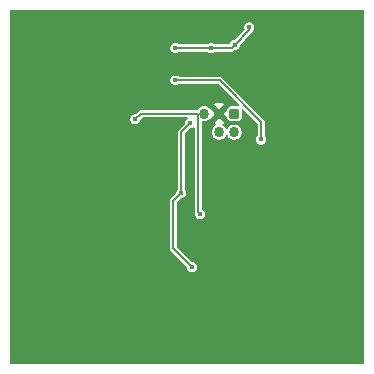
<source format=gbl>
%TF.GenerationSoftware,KiCad,Pcbnew,9.0.0*%
%TF.CreationDate,2025-03-28T13:43:48+00:00*%
%TF.ProjectId,vm_rgb_ring_0.2,766d5f72-6762-45f7-9269-6e675f302e32,v0.2*%
%TF.SameCoordinates,PX4f64b50PY4749830*%
%TF.FileFunction,Copper,L2,Bot*%
%TF.FilePolarity,Positive*%
%FSLAX45Y45*%
G04 Gerber Fmt 4.5, Leading zero omitted, Abs format (unit mm)*
G04 Created by KiCad (PCBNEW 9.0.0) date 2025-03-28 13:43:48*
%MOMM*%
%LPD*%
G01*
G04 APERTURE LIST*
G04 Aperture macros list*
%AMRoundRect*
0 Rectangle with rounded corners*
0 $1 Rounding radius*
0 $2 $3 $4 $5 $6 $7 $8 $9 X,Y pos of 4 corners*
0 Add a 4 corners polygon primitive as box body*
4,1,4,$2,$3,$4,$5,$6,$7,$8,$9,$2,$3,0*
0 Add four circle primitives for the rounded corners*
1,1,$1+$1,$2,$3*
1,1,$1+$1,$4,$5*
1,1,$1+$1,$6,$7*
1,1,$1+$1,$8,$9*
0 Add four rect primitives between the rounded corners*
20,1,$1+$1,$2,$3,$4,$5,0*
20,1,$1+$1,$4,$5,$6,$7,0*
20,1,$1+$1,$6,$7,$8,$9,0*
20,1,$1+$1,$8,$9,$2,$3,0*%
G04 Aperture macros list end*
%TA.AperFunction,ComponentPad*%
%ADD10RoundRect,0.172720X-0.259080X-0.259080X0.259080X-0.259080X0.259080X0.259080X-0.259080X0.259080X0*%
%TD*%
%TA.AperFunction,ComponentPad*%
%ADD11C,0.863600*%
%TD*%
%TA.AperFunction,ViaPad*%
%ADD12C,0.450000*%
%TD*%
%TA.AperFunction,Conductor*%
%ADD13C,0.200000*%
%TD*%
G04 APERTURE END LIST*
D10*
%TO.P,J1,1,Vcc*%
%TO.N,+3V3*%
X397500Y620000D03*
D11*
%TO.P,J1,2,SWDIO*%
%TO.N,/SWDIO*%
X397500Y462520D03*
%TO.P,J1,3,GND*%
%TO.N,GND*%
X270500Y620000D03*
%TO.P,J1,4,SWDCLK*%
%TO.N,/SWCLK*%
X270500Y462520D03*
%TO.P,J1,5,~{RESET}*%
%TO.N,/nRESET*%
X143500Y620000D03*
%TD*%
D12*
%TO.N,GND*%
X-390000Y120000D03*
X725000Y1250000D03*
X-1250000Y725000D03*
X-725000Y-1250000D03*
X1400000Y375000D03*
X260000Y-530000D03*
X-390000Y-655000D03*
X-1400000Y-375000D03*
X-375000Y1400000D03*
X235000Y-755000D03*
X-390000Y-280000D03*
X1250000Y-725000D03*
X375000Y-1400000D03*
%TO.N,+3V3*%
X-50000Y-50000D03*
X22500Y535800D03*
X40000Y-680000D03*
%TO.N,/nRESET*%
X110000Y-230000D03*
X-440000Y570000D03*
%TO.N,Net-(LED1-DIN)*%
X625000Y400000D03*
X-100000Y900000D03*
%TO.N,JD_PWR*%
X400000Y1200000D03*
X525000Y1350000D03*
X200000Y1175000D03*
X-100000Y1175000D03*
%TD*%
D13*
%TO.N,+3V3*%
X-120000Y-520000D02*
X-120000Y-120000D01*
X-50000Y463300D02*
X22500Y535800D01*
X-120000Y-120000D02*
X-50000Y-50000D01*
X40000Y-680000D02*
X-120000Y-520000D01*
X-50000Y-50000D02*
X-50000Y463300D01*
%TO.N,/nRESET*%
X93000Y-213000D02*
X110000Y-230000D01*
X-392610Y617390D02*
X93000Y617390D01*
X-440000Y570000D02*
X-392610Y617390D01*
X93000Y617390D02*
X93000Y-213000D01*
%TO.N,Net-(LED1-DIN)*%
X625000Y550000D02*
X275000Y900000D01*
X625000Y400000D02*
X625000Y550000D01*
X275000Y900000D02*
X-100000Y900000D01*
%TO.N,JD_PWR*%
X400000Y1200000D02*
X525000Y1325000D01*
X525000Y1325000D02*
X525000Y1350000D01*
X375000Y1175000D02*
X400000Y1200000D01*
X200000Y1175000D02*
X375000Y1175000D01*
X200000Y1175000D02*
X-100000Y1175000D01*
%TD*%
%TA.AperFunction,Conductor*%
%TO.N,GND*%
G36*
X1497783Y1497783D02*
G01*
X1499950Y1492550D01*
X1499950Y-1492550D01*
X1497783Y-1497783D01*
X1492550Y-1499950D01*
X-1492600Y-1499950D01*
X-1497833Y-1497783D01*
X-1500000Y-1492550D01*
X-1500000Y575602D01*
X-482550Y575602D01*
X-482550Y564398D01*
X-479650Y553577D01*
X-479650Y553576D01*
X-477922Y550582D01*
X-474048Y543874D01*
X-466126Y535952D01*
X-456424Y530350D01*
X-445602Y527450D01*
X-445602Y527450D01*
X-445602Y527450D01*
X-434398Y527450D01*
X-434398Y527450D01*
X-423576Y530350D01*
X-413874Y535952D01*
X-405951Y543874D01*
X-400350Y553576D01*
X-397450Y564398D01*
X-397450Y564398D01*
X-397450Y566988D01*
X-395283Y572220D01*
X-382330Y585173D01*
X-377098Y587340D01*
X-947Y587340D01*
X4285Y585173D01*
X6453Y579940D01*
X4285Y574707D01*
X2753Y573531D01*
X-3626Y569849D01*
X-11548Y561926D01*
X-17150Y552224D01*
X-17151Y552223D01*
X-20050Y541402D01*
X-20050Y538812D01*
X-22217Y533580D01*
X-74046Y481751D01*
X-78002Y474899D01*
X-78002Y474899D01*
X-80050Y467256D01*
X-80050Y-16810D01*
X-82217Y-22043D01*
X-84049Y-23874D01*
X-89650Y-33576D01*
X-89650Y-33577D01*
X-92550Y-44398D01*
X-92550Y-46988D01*
X-94717Y-52220D01*
X-144046Y-101549D01*
X-148002Y-108401D01*
X-148002Y-108401D01*
X-150050Y-116043D01*
X-150050Y-523956D01*
X-148002Y-531599D01*
X-148002Y-531599D01*
X-144046Y-538451D01*
X-4717Y-677780D01*
X-2550Y-683012D01*
X-2550Y-685602D01*
X349Y-696423D01*
X350Y-696424D01*
X350Y-696424D01*
X5951Y-706126D01*
X13874Y-714048D01*
X23576Y-719650D01*
X34398Y-722550D01*
X34398Y-722550D01*
X34398Y-722550D01*
X45602Y-722550D01*
X45602Y-722550D01*
X56424Y-719650D01*
X66126Y-714048D01*
X74049Y-706126D01*
X79650Y-696424D01*
X82550Y-685602D01*
X82550Y-685602D01*
X82550Y-674398D01*
X82550Y-674398D01*
X79650Y-663577D01*
X79650Y-663576D01*
X74049Y-653874D01*
X66126Y-645952D01*
X56424Y-640350D01*
X56423Y-640350D01*
X45602Y-637450D01*
X45602Y-637450D01*
X43012Y-637450D01*
X37780Y-635283D01*
X-87783Y-509720D01*
X-89950Y-504488D01*
X-89950Y-135512D01*
X-87783Y-130280D01*
X-52220Y-94717D01*
X-46988Y-92550D01*
X-44398Y-92550D01*
X-44398Y-92550D01*
X-33576Y-89650D01*
X-23874Y-84049D01*
X-15951Y-76126D01*
X-10350Y-66424D01*
X-7450Y-55602D01*
X-7450Y-55602D01*
X-7450Y-44398D01*
X-7450Y-44398D01*
X-10350Y-33577D01*
X-10350Y-33576D01*
X-15951Y-23874D01*
X-17783Y-22043D01*
X-19950Y-16810D01*
X-19950Y447788D01*
X-17783Y453020D01*
X20280Y491083D01*
X25512Y493250D01*
X28102Y493250D01*
X28102Y493250D01*
X38924Y496150D01*
X48626Y501751D01*
X50317Y503443D01*
X55550Y505610D01*
X60783Y503443D01*
X62950Y498210D01*
X62950Y-216956D01*
X64998Y-224598D01*
X64998Y-224599D01*
X66459Y-227129D01*
X67450Y-230829D01*
X67450Y-235602D01*
X70350Y-246423D01*
X70350Y-246423D01*
X70350Y-246424D01*
X75952Y-256126D01*
X83874Y-264049D01*
X93576Y-269650D01*
X104398Y-272550D01*
X104398Y-272550D01*
X104398Y-272550D01*
X115602Y-272550D01*
X115602Y-272550D01*
X126424Y-269650D01*
X136126Y-264049D01*
X144049Y-256126D01*
X149650Y-246424D01*
X152550Y-235602D01*
X152550Y-235602D01*
X152550Y-224398D01*
X152550Y-224398D01*
X149650Y-213577D01*
X149650Y-213576D01*
X144049Y-203874D01*
X136126Y-195951D01*
X130768Y-192858D01*
X126750Y-190538D01*
X123302Y-186045D01*
X123050Y-184129D01*
X123050Y468748D01*
X207270Y468748D01*
X207270Y456292D01*
X209700Y444077D01*
X209700Y444076D01*
X214466Y432570D01*
X214466Y432569D01*
X214466Y432569D01*
X221386Y422213D01*
X230193Y413406D01*
X240549Y406486D01*
X240549Y406486D01*
X240550Y406486D01*
X252056Y401720D01*
X252056Y401720D01*
X264272Y399290D01*
X264273Y399290D01*
X276728Y399290D01*
X276728Y399290D01*
X288944Y401720D01*
X300451Y406486D01*
X310807Y413406D01*
X319614Y422213D01*
X326534Y432569D01*
X327163Y434089D01*
X331168Y438094D01*
X336832Y438094D01*
X340837Y434090D01*
X341466Y432569D01*
X348386Y422213D01*
X357193Y413406D01*
X367549Y406486D01*
X367549Y406486D01*
X367550Y406486D01*
X379056Y401720D01*
X379056Y401720D01*
X391272Y399290D01*
X391272Y399290D01*
X403727Y399290D01*
X403728Y399290D01*
X415943Y401720D01*
X427451Y406486D01*
X437807Y413406D01*
X446614Y422213D01*
X453534Y432569D01*
X458300Y444076D01*
X460730Y456292D01*
X460730Y468748D01*
X458300Y480963D01*
X457974Y481751D01*
X453534Y492470D01*
X446614Y502826D01*
X446614Y502827D01*
X437807Y511634D01*
X427451Y518554D01*
X427450Y518554D01*
X427450Y518554D01*
X415944Y523320D01*
X415943Y523320D01*
X406740Y525151D01*
X403728Y525750D01*
X391272Y525750D01*
X388856Y525269D01*
X379057Y523320D01*
X379056Y523320D01*
X367550Y518554D01*
X357194Y511634D01*
X348386Y502826D01*
X341466Y492471D01*
X340837Y490951D01*
X336832Y486946D01*
X331168Y486946D01*
X327163Y490951D01*
X326534Y492471D01*
X319614Y502826D01*
X319614Y502827D01*
X310807Y511634D01*
X300451Y518554D01*
X300451Y518554D01*
X300148Y518756D01*
X300235Y518885D01*
X296959Y522878D01*
X297514Y528515D01*
X301208Y531863D01*
X314637Y537425D01*
X316485Y538660D01*
X316485Y538660D01*
X270500Y584645D01*
X224515Y538660D01*
X224515Y538660D01*
X226362Y537425D01*
X239791Y531863D01*
X243796Y527858D01*
X243796Y522194D01*
X240779Y518864D01*
X240852Y518756D01*
X230194Y511634D01*
X221386Y502826D01*
X214466Y492470D01*
X209700Y480964D01*
X209700Y480963D01*
X207270Y468748D01*
X123050Y468748D01*
X123050Y550582D01*
X125217Y555815D01*
X130450Y557982D01*
X131894Y557840D01*
X131959Y557827D01*
X137272Y556770D01*
X137273Y556770D01*
X149728Y556770D01*
X149728Y556770D01*
X161944Y559200D01*
X173451Y563966D01*
X183807Y570886D01*
X184660Y571739D01*
X188457Y573312D01*
X235145Y620000D01*
X235145Y620000D01*
X231466Y623678D01*
X242560Y623678D01*
X242560Y616322D01*
X244464Y609216D01*
X248142Y602844D01*
X253344Y597642D01*
X259716Y593964D01*
X266822Y592060D01*
X274178Y592060D01*
X281284Y593964D01*
X287656Y597642D01*
X292858Y602844D01*
X296536Y609216D01*
X298440Y616322D01*
X298440Y623678D01*
X296536Y630784D01*
X292858Y637156D01*
X287656Y642358D01*
X281284Y646036D01*
X274178Y647940D01*
X266822Y647940D01*
X259716Y646036D01*
X253344Y642358D01*
X248142Y637156D01*
X244464Y630784D01*
X242560Y623678D01*
X231466Y623678D01*
X188318Y666827D01*
X185198Y667773D01*
X184661Y668260D01*
X183807Y669114D01*
X173451Y676034D01*
X173451Y676034D01*
X173450Y676034D01*
X161944Y680800D01*
X161943Y680800D01*
X152701Y682639D01*
X149728Y683230D01*
X137272Y683230D01*
X134856Y682749D01*
X125057Y680800D01*
X125056Y680800D01*
X113550Y676034D01*
X103194Y669114D01*
X94386Y660306D01*
X87986Y650729D01*
X83277Y647582D01*
X81833Y647440D01*
X-396566Y647440D01*
X-404209Y645392D01*
X-404209Y645392D01*
X-411061Y641436D01*
X-437780Y614717D01*
X-443012Y612550D01*
X-445602Y612550D01*
X-456423Y609651D01*
X-456424Y609650D01*
X-466126Y604049D01*
X-474048Y596126D01*
X-479650Y586424D01*
X-479650Y586423D01*
X-482550Y575602D01*
X-1500000Y575602D01*
X-1500000Y701341D01*
X224515Y701341D01*
X270500Y655355D01*
X316485Y701340D01*
X314637Y702575D01*
X297680Y709599D01*
X297679Y709599D01*
X279677Y713180D01*
X261323Y713180D01*
X243321Y709599D01*
X243320Y709599D01*
X226362Y702575D01*
X224515Y701341D01*
X-1500000Y701341D01*
X-1500000Y905602D01*
X-142550Y905602D01*
X-142550Y894398D01*
X-139651Y883577D01*
X-139650Y883576D01*
X-139650Y883576D01*
X-134049Y873874D01*
X-126126Y865951D01*
X-116424Y860350D01*
X-105602Y857450D01*
X-105602Y857450D01*
X-105602Y857450D01*
X-94398Y857450D01*
X-94398Y857450D01*
X-83576Y860350D01*
X-73874Y865951D01*
X-72043Y867783D01*
X-66810Y869950D01*
X259488Y869950D01*
X264720Y867783D01*
X437309Y695194D01*
X439476Y689961D01*
X437309Y684729D01*
X432076Y682561D01*
X431010Y682639D01*
X430528Y682709D01*
X426951Y683230D01*
X426950Y683230D01*
X368050Y683230D01*
X368049Y683230D01*
X360795Y682173D01*
X349605Y676703D01*
X340798Y667895D01*
X335327Y656705D01*
X334447Y650668D01*
X332357Y646502D01*
X305855Y620000D01*
X332357Y593498D01*
X334447Y589333D01*
X335327Y583295D01*
X339849Y574046D01*
X340798Y572105D01*
X349605Y563298D01*
X360795Y557827D01*
X368050Y556770D01*
X368050Y556770D01*
X426950Y556770D01*
X426950Y556770D01*
X434205Y557827D01*
X445395Y563298D01*
X454202Y572105D01*
X459673Y583295D01*
X460730Y590550D01*
X460730Y649450D01*
X460138Y653510D01*
X461529Y659000D01*
X466394Y661899D01*
X471885Y660509D01*
X472694Y659809D01*
X592783Y539720D01*
X594950Y534488D01*
X594950Y433190D01*
X592783Y427957D01*
X590952Y426126D01*
X585350Y416424D01*
X585350Y416423D01*
X582450Y405602D01*
X582450Y394398D01*
X585350Y383577D01*
X585350Y383576D01*
X585350Y383576D01*
X590952Y373874D01*
X598874Y365951D01*
X608576Y360350D01*
X619398Y357450D01*
X619398Y357450D01*
X619398Y357450D01*
X630602Y357450D01*
X630602Y357450D01*
X641424Y360350D01*
X651126Y365951D01*
X659049Y373874D01*
X664650Y383576D01*
X667550Y394398D01*
X667550Y394398D01*
X667550Y405602D01*
X667550Y405602D01*
X665459Y413406D01*
X664650Y416424D01*
X659049Y426126D01*
X657217Y427957D01*
X655050Y433190D01*
X655050Y553956D01*
X655050Y553957D01*
X653002Y561599D01*
X653002Y561599D01*
X649046Y568451D01*
X293451Y924046D01*
X286599Y928002D01*
X286599Y928002D01*
X278956Y930050D01*
X278956Y930050D01*
X-66810Y930050D01*
X-72043Y932217D01*
X-73874Y934048D01*
X-83576Y939650D01*
X-83577Y939650D01*
X-94398Y942550D01*
X-94398Y942550D01*
X-105602Y942550D01*
X-105602Y942550D01*
X-116423Y939650D01*
X-116424Y939650D01*
X-126126Y934048D01*
X-134049Y926126D01*
X-139650Y916424D01*
X-139651Y916423D01*
X-142550Y905602D01*
X-1500000Y905602D01*
X-1500000Y1180602D01*
X-142550Y1180602D01*
X-142550Y1169398D01*
X-139651Y1158577D01*
X-139650Y1158576D01*
X-138480Y1156549D01*
X-134049Y1148874D01*
X-126126Y1140952D01*
X-116424Y1135350D01*
X-105602Y1132450D01*
X-105602Y1132450D01*
X-105602Y1132450D01*
X-94398Y1132450D01*
X-94398Y1132450D01*
X-83576Y1135350D01*
X-73874Y1140952D01*
X-72043Y1142783D01*
X-66810Y1144950D01*
X166810Y1144950D01*
X172043Y1142783D01*
X173874Y1140952D01*
X183576Y1135350D01*
X194398Y1132450D01*
X194398Y1132450D01*
X194398Y1132450D01*
X205602Y1132450D01*
X205602Y1132450D01*
X216424Y1135350D01*
X226126Y1140952D01*
X227957Y1142783D01*
X233190Y1144950D01*
X378956Y1144950D01*
X378956Y1144950D01*
X386599Y1146998D01*
X393451Y1150954D01*
X397780Y1155283D01*
X403012Y1157450D01*
X405602Y1157450D01*
X405602Y1157450D01*
X416424Y1160350D01*
X426126Y1165952D01*
X434048Y1173874D01*
X439650Y1183576D01*
X442550Y1194398D01*
X442550Y1194398D01*
X442550Y1196988D01*
X444717Y1202220D01*
X487214Y1244717D01*
X549046Y1306549D01*
X551240Y1310350D01*
X553002Y1313401D01*
X554109Y1317533D01*
X556024Y1320849D01*
X559049Y1323874D01*
X564650Y1333576D01*
X567550Y1344398D01*
X567550Y1344398D01*
X567550Y1355602D01*
X567550Y1355602D01*
X564650Y1366423D01*
X564650Y1366424D01*
X559049Y1376126D01*
X551126Y1384049D01*
X541424Y1389650D01*
X541423Y1389651D01*
X530602Y1392550D01*
X530602Y1392550D01*
X519398Y1392550D01*
X519398Y1392550D01*
X508577Y1389651D01*
X508576Y1389650D01*
X498874Y1384049D01*
X490951Y1376126D01*
X485350Y1366424D01*
X485349Y1366423D01*
X482450Y1355602D01*
X482450Y1355602D01*
X482450Y1344398D01*
X482450Y1344398D01*
X485455Y1333185D01*
X484715Y1327569D01*
X483539Y1326037D01*
X402220Y1244717D01*
X396988Y1242550D01*
X394398Y1242550D01*
X383577Y1239651D01*
X383576Y1239650D01*
X373874Y1234049D01*
X365951Y1226126D01*
X360350Y1216424D01*
X360349Y1216423D01*
X358772Y1210535D01*
X355324Y1206041D01*
X351624Y1205050D01*
X233190Y1205050D01*
X227957Y1207217D01*
X226126Y1209049D01*
X216424Y1214650D01*
X216423Y1214651D01*
X205602Y1217550D01*
X205602Y1217550D01*
X194398Y1217550D01*
X194398Y1217550D01*
X183577Y1214651D01*
X183576Y1214650D01*
X173874Y1209049D01*
X172043Y1207217D01*
X166810Y1205050D01*
X-66810Y1205050D01*
X-72043Y1207217D01*
X-73874Y1209049D01*
X-83576Y1214650D01*
X-83577Y1214651D01*
X-94398Y1217550D01*
X-94398Y1217550D01*
X-105602Y1217550D01*
X-105602Y1217550D01*
X-116423Y1214651D01*
X-116424Y1214650D01*
X-126126Y1209049D01*
X-134049Y1201126D01*
X-139650Y1191424D01*
X-139651Y1191423D01*
X-142550Y1180602D01*
X-1500000Y1180602D01*
X-1500000Y1492550D01*
X-1497833Y1497783D01*
X-1492600Y1499950D01*
X1492550Y1499950D01*
X1497783Y1497783D01*
G37*
%TD.AperFunction*%
%TD*%
M02*

</source>
